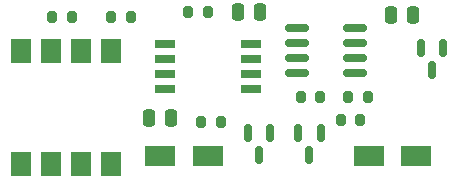
<source format=gbr>
%TF.GenerationSoftware,KiCad,Pcbnew,(6.0.0)*%
%TF.CreationDate,2022-01-09T12:47:45+00:00*%
%TF.ProjectId,2Relay,3252656c-6179-42e6-9b69-6361645f7063,rev?*%
%TF.SameCoordinates,Original*%
%TF.FileFunction,Paste,Top*%
%TF.FilePolarity,Positive*%
%FSLAX46Y46*%
G04 Gerber Fmt 4.6, Leading zero omitted, Abs format (unit mm)*
G04 Created by KiCad (PCBNEW (6.0.0)) date 2022-01-09 12:47:45*
%MOMM*%
%LPD*%
G01*
G04 APERTURE LIST*
G04 Aperture macros list*
%AMRoundRect*
0 Rectangle with rounded corners*
0 $1 Rounding radius*
0 $2 $3 $4 $5 $6 $7 $8 $9 X,Y pos of 4 corners*
0 Add a 4 corners polygon primitive as box body*
4,1,4,$2,$3,$4,$5,$6,$7,$8,$9,$2,$3,0*
0 Add four circle primitives for the rounded corners*
1,1,$1+$1,$2,$3*
1,1,$1+$1,$4,$5*
1,1,$1+$1,$6,$7*
1,1,$1+$1,$8,$9*
0 Add four rect primitives between the rounded corners*
20,1,$1+$1,$2,$3,$4,$5,0*
20,1,$1+$1,$4,$5,$6,$7,0*
20,1,$1+$1,$6,$7,$8,$9,0*
20,1,$1+$1,$8,$9,$2,$3,0*%
G04 Aperture macros list end*
%ADD10RoundRect,0.150000X-0.150000X0.587500X-0.150000X-0.587500X0.150000X-0.587500X0.150000X0.587500X0*%
%ADD11RoundRect,0.250000X-0.250000X-0.475000X0.250000X-0.475000X0.250000X0.475000X-0.250000X0.475000X0*%
%ADD12RoundRect,0.150000X-0.825000X-0.150000X0.825000X-0.150000X0.825000X0.150000X-0.825000X0.150000X0*%
%ADD13R,2.500000X1.800000*%
%ADD14RoundRect,0.200000X0.200000X0.275000X-0.200000X0.275000X-0.200000X-0.275000X0.200000X-0.275000X0*%
%ADD15RoundRect,0.200000X-0.200000X-0.275000X0.200000X-0.275000X0.200000X0.275000X-0.200000X0.275000X0*%
%ADD16R,1.780000X2.000000*%
%ADD17R,1.700000X0.650000*%
G04 APERTURE END LIST*
D10*
%TO.C,Q2*%
X110881200Y-58904900D03*
X108981200Y-58904900D03*
X109931200Y-60779900D03*
%TD*%
D11*
%TO.C,C2*%
X116819600Y-48920400D03*
X118719600Y-48920400D03*
%TD*%
D10*
%TO.C,Q1*%
X106614000Y-58904900D03*
X104714000Y-58904900D03*
X105664000Y-60779900D03*
%TD*%
D12*
%TO.C,U2*%
X108878600Y-49961800D03*
X108878600Y-51231800D03*
X108878600Y-52501800D03*
X108878600Y-53771800D03*
X113828600Y-53771800D03*
X113828600Y-52501800D03*
X113828600Y-51231800D03*
X113828600Y-49961800D03*
%TD*%
D13*
%TO.C,D2*%
X97314000Y-60858400D03*
X101314000Y-60858400D03*
%TD*%
D14*
%TO.C,R5*%
X89826600Y-49072800D03*
X88176600Y-49072800D03*
%TD*%
D15*
%TO.C,R7*%
X112599200Y-57759600D03*
X114249200Y-57759600D03*
%TD*%
D10*
%TO.C,D1*%
X121244400Y-51691300D03*
X119344400Y-51691300D03*
X120294400Y-53566300D03*
%TD*%
D14*
%TO.C,R1*%
X110857800Y-55829200D03*
X109207800Y-55829200D03*
%TD*%
D11*
%TO.C,C3*%
X96332000Y-57658000D03*
X98232000Y-57658000D03*
%TD*%
D14*
%TO.C,R2*%
X101307400Y-48615600D03*
X99657400Y-48615600D03*
%TD*%
%TO.C,R4*%
X94805000Y-49072800D03*
X93155000Y-49072800D03*
%TD*%
D13*
%TO.C,D3*%
X118941600Y-60807600D03*
X114941600Y-60807600D03*
%TD*%
D11*
%TO.C,C1*%
X103850400Y-48666400D03*
X105750400Y-48666400D03*
%TD*%
D16*
%TO.C,U3*%
X93167200Y-51978600D03*
X90627200Y-51978600D03*
X88087200Y-51978600D03*
X85547200Y-51978600D03*
X85547200Y-61508600D03*
X88087200Y-61508600D03*
X90627200Y-61508600D03*
X93167200Y-61508600D03*
%TD*%
D15*
%TO.C,R3*%
X113233200Y-55829200D03*
X114883200Y-55829200D03*
%TD*%
%TO.C,R6*%
X100775000Y-57962800D03*
X102425000Y-57962800D03*
%TD*%
D17*
%TO.C,U1*%
X97696000Y-51333400D03*
X97696000Y-52603400D03*
X97696000Y-53873400D03*
X97696000Y-55143400D03*
X104996000Y-55143400D03*
X104996000Y-53873400D03*
X104996000Y-52603400D03*
X104996000Y-51333400D03*
%TD*%
M02*

</source>
